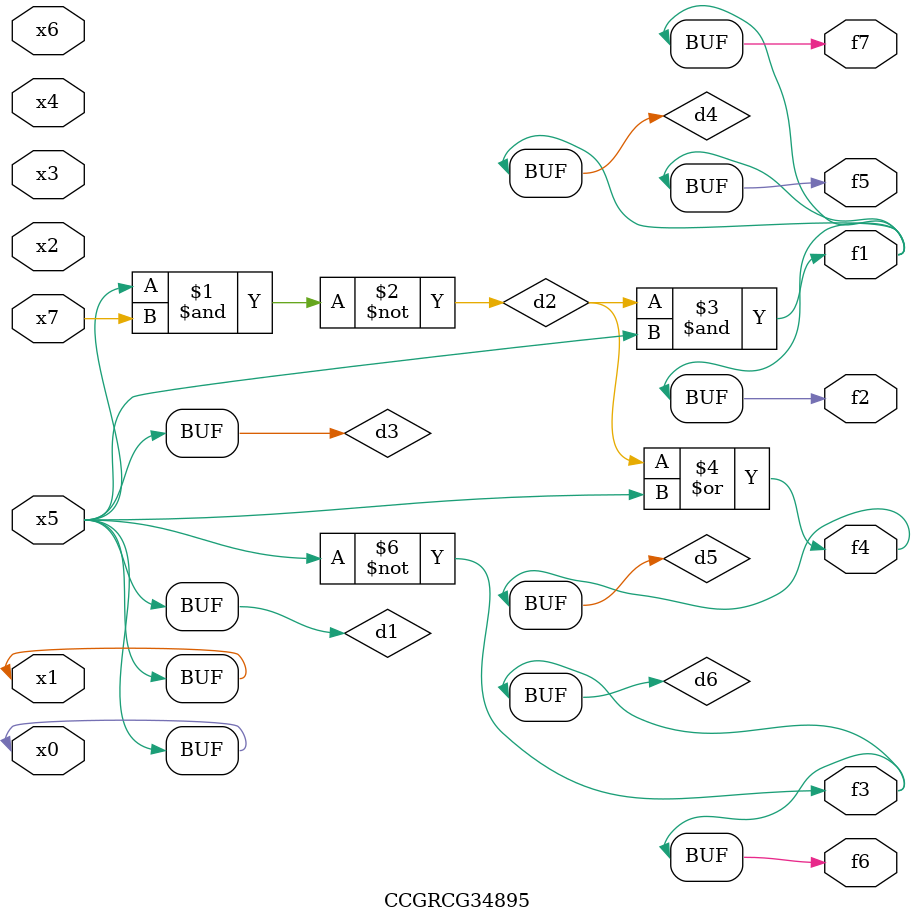
<source format=v>
module CCGRCG34895(
	input x0, x1, x2, x3, x4, x5, x6, x7,
	output f1, f2, f3, f4, f5, f6, f7
);

	wire d1, d2, d3, d4, d5, d6;

	buf (d1, x0, x5);
	nand (d2, x5, x7);
	buf (d3, x0, x1);
	and (d4, d2, d3);
	or (d5, d2, d3);
	nor (d6, d1, d3);
	assign f1 = d4;
	assign f2 = d4;
	assign f3 = d6;
	assign f4 = d5;
	assign f5 = d4;
	assign f6 = d6;
	assign f7 = d4;
endmodule

</source>
